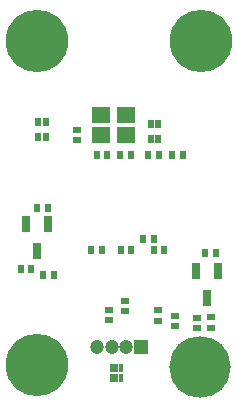
<source format=gbs>
%FSTAX23Y23*%
%MOIN*%
%SFA1B1*%

%IPPOS*%
%ADD30R,0.027690X0.055240*%
%ADD36C,0.204850*%
%ADD37R,0.047370X0.047370*%
%ADD38C,0.047370*%
%ADD39C,0.208000*%
%ADD52R,0.019810X0.031620*%
%ADD53R,0.023750X0.027690*%
%ADD54R,0.027690X0.023750*%
%ADD55R,0.059180X0.055240*%
%ADD56R,0.016820X0.031030*%
%LNusb2uart-1*%
%LPD*%
G54D30*
X00805Y00345D03*
X00767Y00435D03*
X00842D03*
X00237Y005D03*
X002Y0059D03*
X00274D03*
G54D36*
X00782Y00115D03*
G54D37*
X00585Y0018D03*
G54D38*
X00535Y0018D03*
X00486D03*
X00437D03*
G54D39*
X00237Y012D03*
X00783D03*
X00237Y0012D03*
G54D52*
X00241Y0093D03*
X00267D03*
X00267Y0088D03*
X00242D03*
X00642Y00925D03*
X00616D03*
X00642Y00875D03*
X00617D03*
G54D53*
X00799Y00495D03*
X00835D03*
X00273Y00645D03*
X00239D03*
X00183Y0044D03*
X00217D03*
X00259Y0042D03*
X00295D03*
X00643Y0082D03*
X00609D03*
X00725D03*
X00689D03*
X00436D03*
X00472D03*
X0055D03*
X00514D03*
X00516Y00505D03*
X0055D03*
X00455D03*
X00419D03*
X00627D03*
X0066D03*
X00591Y0054D03*
X00627D03*
G54D54*
X00817Y0028D03*
Y00245D03*
X00772D03*
Y00278D03*
X00372Y0087D03*
Y00903D03*
X00532Y00301D03*
Y00335D03*
X00697Y00283D03*
Y0025D03*
X00477Y00305D03*
X00477Y0027D03*
X00642Y00302D03*
Y00267D03*
G54D55*
X00451Y00953D03*
X00533D03*
Y00886D03*
X00451D03*
G54D56*
X00486Y0011D03*
X00502D03*
X00518D03*
Y00077D03*
X00502D03*
X00486D03*
M02*
</source>
